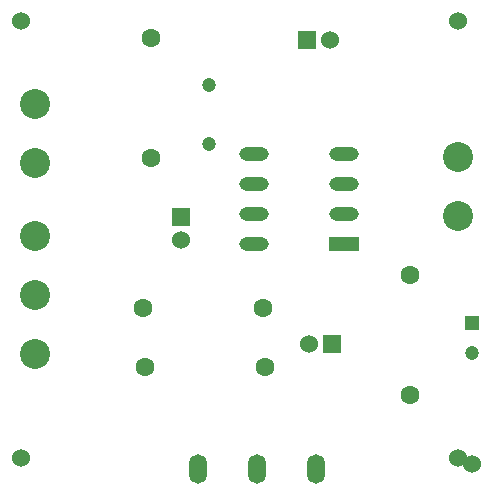
<source format=gtl>
G04*
G04 #@! TF.GenerationSoftware,Altium Limited,Altium Designer,19.0.15 (446)*
G04*
G04 Layer_Physical_Order=1*
G04 Layer_Color=255*
%FSLAX43Y43*%
%MOMM*%
G71*
G01*
G75*
%ADD12C,1.524*%
%ADD13C,1.600*%
%ADD14C,1.200*%
%ADD15R,1.200X1.200*%
%ADD16R,1.524X1.524*%
%ADD17O,1.500X2.500*%
%ADD18C,2.540*%
%ADD19R,1.524X1.524*%
%ADD20R,2.500X1.200*%
%ADD21O,2.500X1.200*%
D12*
X42000Y42000D02*
D03*
X5000D02*
D03*
Y5000D02*
D03*
X42000D02*
D03*
X43180Y4500D02*
D03*
X18542Y23400D02*
D03*
X29369Y14605D02*
D03*
X31210Y40386D02*
D03*
D13*
X37973Y10287D02*
D03*
Y20447D02*
D03*
X16002Y40513D02*
D03*
Y30353D02*
D03*
X25527Y17653D02*
D03*
X15367D02*
D03*
X25654Y12700D02*
D03*
X15494D02*
D03*
D14*
X43180Y13843D02*
D03*
X20955Y31519D02*
D03*
Y36519D02*
D03*
D15*
X43180Y16383D02*
D03*
D16*
X18542Y25400D02*
D03*
D17*
X30000Y4000D02*
D03*
X25000D02*
D03*
X20000D02*
D03*
D18*
X6223Y23796D02*
D03*
Y18796D02*
D03*
Y13796D02*
D03*
Y34972D02*
D03*
Y29972D02*
D03*
X42037Y25480D02*
D03*
Y30480D02*
D03*
D19*
X31369Y14605D02*
D03*
X29210Y40386D02*
D03*
D20*
X32385Y23114D02*
D03*
D21*
Y25654D02*
D03*
Y28194D02*
D03*
Y30734D02*
D03*
X24765Y23114D02*
D03*
Y25654D02*
D03*
Y28194D02*
D03*
Y30734D02*
D03*
M02*

</source>
